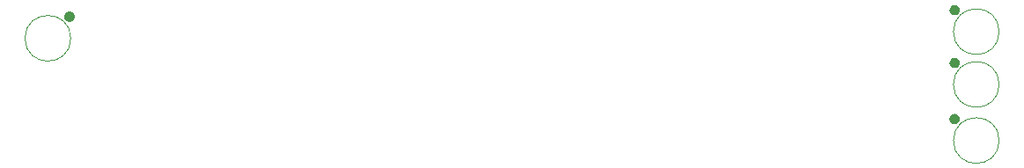
<source format=gbr>
G04 DipTrace 4.0.0.5*
G04 BottomAssembly.gbr*
%MOIN*%
G04 #@! TF.FileFunction,Drawing,Bot*
G04 #@! TF.Part,Single*
%ADD13C,0.004724*%
%FSLAX26Y26*%
G04*
G70*
G90*
G75*
G01*
G04 BotAssy*
%LPD*%
X487159Y3956200D2*
D13*
G02X487159Y3956200I86614J0D01*
G01*
G36*
X635934Y4038045D2*
X636102Y4040615D1*
X636604Y4043140D1*
X637432Y4045578D1*
X638571Y4047888D1*
X640001Y4050029D1*
X641699Y4051965D1*
X643635Y4053662D1*
X645776Y4055093D1*
X648085Y4056232D1*
X650524Y4057059D1*
X653049Y4057562D1*
X655619Y4057730D1*
X658188Y4057562D1*
X660713Y4057059D1*
X663152Y4056232D1*
X665461Y4055093D1*
X667602Y4053662D1*
X669538Y4051965D1*
X671236Y4050029D1*
X672666Y4047888D1*
X673805Y4045578D1*
X674633Y4043140D1*
X675135Y4040615D1*
X675304Y4038045D1*
D1*
X675135Y4035476D1*
X674633Y4032950D1*
X673805Y4030512D1*
X672666Y4028203D1*
X671236Y4026062D1*
X669538Y4024126D1*
X667602Y4022428D1*
X665461Y4020997D1*
X663152Y4019859D1*
X660713Y4019031D1*
X658188Y4018529D1*
X655619Y4018360D1*
X653049Y4018529D1*
X650524Y4019031D1*
X648085Y4019859D1*
X645776Y4020997D1*
X643635Y4022428D1*
X641699Y4024126D1*
X640001Y4026062D1*
X638571Y4028203D1*
X637432Y4030512D1*
X636604Y4032950D1*
X636102Y4035476D1*
X635934Y4038045D1*
D1*
G37*
X4002012Y3981200D2*
D13*
G02X4002012Y3981200I86614J0D01*
G01*
G36*
X4006781Y4043360D2*
X4004212Y4043529D1*
X4001687Y4044031D1*
X3999248Y4044859D1*
X3996939Y4045997D1*
X3994798Y4047428D1*
X3992862Y4049126D1*
X3991164Y4051062D1*
X3989734Y4053203D1*
X3988595Y4055512D1*
X3987767Y4057950D1*
X3987265Y4060476D1*
X3987096Y4063045D1*
X3987265Y4065615D1*
X3987767Y4068140D1*
X3988595Y4070578D1*
X3989734Y4072888D1*
X3991164Y4075029D1*
X3992862Y4076965D1*
X3994798Y4078662D1*
X3996939Y4080093D1*
X3999248Y4081232D1*
X4001687Y4082059D1*
X4004212Y4082562D1*
X4006781Y4082730D1*
D1*
X4009351Y4082562D1*
X4011876Y4082059D1*
X4014315Y4081232D1*
X4016624Y4080093D1*
X4018765Y4078662D1*
X4020701Y4076965D1*
X4022399Y4075029D1*
X4023829Y4072888D1*
X4024968Y4070578D1*
X4025796Y4068140D1*
X4026298Y4065615D1*
X4026466Y4063045D1*
X4026298Y4060476D1*
X4025796Y4057950D1*
X4024968Y4055512D1*
X4023829Y4053203D1*
X4022399Y4051062D1*
X4020701Y4049126D1*
X4018765Y4047428D1*
X4016624Y4045997D1*
X4014315Y4044859D1*
X4011876Y4044031D1*
X4009351Y4043529D1*
X4006781Y4043360D1*
D1*
G37*
X4002012Y3568700D2*
D13*
G02X4002012Y3568700I86614J0D01*
G01*
G36*
X4006781Y3630860D2*
X4004212Y3631029D1*
X4001687Y3631531D1*
X3999248Y3632359D1*
X3996939Y3633497D1*
X3994798Y3634928D1*
X3992862Y3636626D1*
X3991164Y3638562D1*
X3989734Y3640703D1*
X3988595Y3643012D1*
X3987767Y3645450D1*
X3987265Y3647976D1*
X3987096Y3650545D1*
X3987265Y3653115D1*
X3987767Y3655640D1*
X3988595Y3658078D1*
X3989734Y3660388D1*
X3991164Y3662529D1*
X3992862Y3664465D1*
X3994798Y3666162D1*
X3996939Y3667593D1*
X3999248Y3668732D1*
X4001687Y3669559D1*
X4004212Y3670062D1*
X4006781Y3670230D1*
D1*
X4009351Y3670062D1*
X4011876Y3669559D1*
X4014315Y3668732D1*
X4016624Y3667593D1*
X4018765Y3666162D1*
X4020701Y3664465D1*
X4022399Y3662529D1*
X4023829Y3660388D1*
X4024968Y3658078D1*
X4025796Y3655640D1*
X4026298Y3653115D1*
X4026466Y3650545D1*
X4026298Y3647976D1*
X4025796Y3645450D1*
X4024968Y3643012D1*
X4023829Y3640703D1*
X4022399Y3638562D1*
X4020701Y3636626D1*
X4018765Y3634928D1*
X4016624Y3633497D1*
X4014315Y3632359D1*
X4011876Y3631531D1*
X4009351Y3631029D1*
X4006781Y3630860D1*
D1*
G37*
X4002012Y3781200D2*
D13*
G02X4002012Y3781200I86614J0D01*
G01*
G36*
X4006780Y3843359D2*
X4004211Y3843527D1*
X4001685Y3844029D1*
X3999247Y3844857D1*
X3996938Y3845996D1*
X3994797Y3847426D1*
X3992861Y3849124D1*
X3991163Y3851060D1*
X3989732Y3853201D1*
X3988593Y3855510D1*
X3987766Y3857948D1*
X3987263Y3860474D1*
X3987095Y3863043D1*
X3987263Y3865613D1*
X3987766Y3868138D1*
X3988593Y3870576D1*
X3989732Y3872886D1*
X3991162Y3875027D1*
X3992860Y3876963D1*
X3994796Y3878661D1*
X3996937Y3880091D1*
X3999246Y3881230D1*
X4001685Y3882058D1*
X4004210Y3882560D1*
X4006780Y3882729D1*
D1*
X4009349Y3882560D1*
X4011874Y3882058D1*
X4014313Y3881230D1*
X4016622Y3880092D1*
X4018763Y3878661D1*
X4020699Y3876963D1*
X4022397Y3875027D1*
X4023827Y3872887D1*
X4024966Y3870577D1*
X4025794Y3868139D1*
X4026296Y3865613D1*
X4026465Y3863044D1*
X4026297Y3860475D1*
X4025794Y3857949D1*
X4024967Y3855511D1*
X4023828Y3853201D1*
X4022397Y3851060D1*
X4020700Y3849125D1*
X4018764Y3847427D1*
X4016623Y3845996D1*
X4014313Y3844857D1*
X4011875Y3844029D1*
X4009350Y3843527D1*
X4006780Y3843359D1*
D1*
G37*
M02*

</source>
